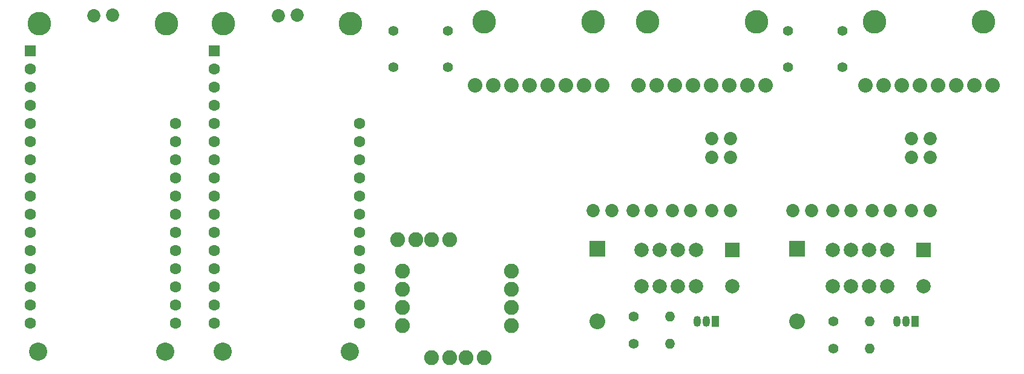
<source format=gts>
%TF.GenerationSoftware,KiCad,Pcbnew,(6.0.4)*%
%TF.CreationDate,2022-04-07T11:47:19-07:00*%
%TF.ProjectId,rfkvm,72666b76-6d2e-46b6-9963-61645f706362,rev?*%
%TF.SameCoordinates,Original*%
%TF.FileFunction,Soldermask,Top*%
%TF.FilePolarity,Negative*%
%FSLAX46Y46*%
G04 Gerber Fmt 4.6, Leading zero omitted, Abs format (unit mm)*
G04 Created by KiCad (PCBNEW (6.0.4)) date 2022-04-07 11:47:19*
%MOMM*%
%LPD*%
G01*
G04 APERTURE LIST*
%ADD10C,1.853030*%
%ADD11C,1.397000*%
%ADD12C,1.400000*%
%ADD13O,1.400000X1.400000*%
%ADD14C,2.032000*%
%ADD15C,3.301600*%
%ADD16R,2.000000X2.000000*%
%ADD17C,2.000000*%
%ADD18C,2.540000*%
%ADD19R,1.600000X1.600000*%
%ADD20C,1.600000*%
%ADD21R,1.050000X1.500000*%
%ADD22O,1.050000X1.500000*%
%ADD23R,2.200000X2.200000*%
%ADD24O,2.200000X2.200000*%
%ADD25C,2.082800*%
G04 APERTURE END LIST*
D10*
%TO.C,TUSB2*%
X214761300Y-70937340D03*
X214761300Y-73543170D03*
X217338100Y-70937340D03*
X217338100Y-73543170D03*
X217338100Y-81040000D03*
X214761300Y-81040000D03*
X211808000Y-81040000D03*
X209231100Y-81040000D03*
X206277840Y-81040000D03*
X203700970Y-81040000D03*
X200747700Y-81040000D03*
X198170820Y-81040000D03*
%TD*%
D11*
%TO.C,SW2*%
X149860000Y-55880000D03*
X142240000Y-55880000D03*
X149860000Y-60960000D03*
X142240000Y-60960000D03*
%TD*%
D12*
%TO.C,R3*%
X175895000Y-99695000D03*
D13*
X180975000Y-99695000D03*
%TD*%
D14*
%TO.C,U2*%
X194310000Y-63500000D03*
X191770000Y-63500000D03*
X189230000Y-63500000D03*
X186690000Y-63500000D03*
X184150000Y-63500000D03*
X181610000Y-63500000D03*
X179070000Y-63500000D03*
X176530000Y-63500000D03*
D15*
X193040000Y-54610000D03*
X177800000Y-54610000D03*
%TD*%
D14*
%TO.C,U3*%
X226060000Y-63500000D03*
X223520000Y-63500000D03*
X220980000Y-63500000D03*
X218440000Y-63500000D03*
X215900000Y-63500000D03*
X213360000Y-63500000D03*
X210820000Y-63500000D03*
X208280000Y-63500000D03*
D15*
X224790000Y-54610000D03*
X209550000Y-54610000D03*
%TD*%
D16*
%TO.C,K1*%
X189679500Y-86492500D03*
D17*
X184599500Y-86492500D03*
X182059500Y-86492500D03*
X179519500Y-86492500D03*
X176979500Y-86492500D03*
X176979500Y-91572500D03*
X179519500Y-91572500D03*
X182059500Y-91572500D03*
X184599500Y-91572500D03*
X189679500Y-91572500D03*
%TD*%
D11*
%TO.C,SW3*%
X197485000Y-55880000D03*
X205105000Y-55880000D03*
X205105000Y-60960000D03*
X197485000Y-60960000D03*
%TD*%
D12*
%TO.C,R2*%
X203835000Y-96520000D03*
D13*
X208915000Y-96520000D03*
%TD*%
D10*
%TO.C,TUSB1*%
X186821300Y-70937340D03*
X186821300Y-73543170D03*
X189398100Y-70937340D03*
X189398100Y-73543170D03*
X189398100Y-81040000D03*
X186821300Y-81040000D03*
X183868000Y-81040000D03*
X181291100Y-81040000D03*
X178337840Y-81040000D03*
X175760970Y-81040000D03*
X172807700Y-81040000D03*
X170230820Y-81040000D03*
%TD*%
D14*
%TO.C,U1*%
X171450000Y-63500000D03*
X168910000Y-63500000D03*
X166370000Y-63500000D03*
X163830000Y-63500000D03*
X161290000Y-63500000D03*
X158750000Y-63500000D03*
X156210000Y-63500000D03*
X153670000Y-63500000D03*
D15*
X154940000Y-54610000D03*
X170180000Y-54610000D03*
%TD*%
D18*
%TO.C,A1*%
X110363000Y-100749100D03*
X92583000Y-100749100D03*
D19*
X91440000Y-58670000D03*
D20*
X91440000Y-61210000D03*
X91440000Y-63750000D03*
X91440000Y-66290000D03*
X91440000Y-68830000D03*
X91440000Y-71370000D03*
X91440000Y-73910000D03*
X91440000Y-76450000D03*
X91440000Y-78990000D03*
X91440000Y-81530000D03*
X91440000Y-84070000D03*
X91440000Y-86610000D03*
X91440000Y-89150000D03*
X91440000Y-91690000D03*
X91440000Y-94230000D03*
X91440000Y-96770000D03*
X111760000Y-96770000D03*
X111760000Y-94230000D03*
X111760000Y-91690000D03*
X111760000Y-89150000D03*
X111760000Y-86610000D03*
X111760000Y-84070000D03*
X111760000Y-81530000D03*
X111760000Y-78990000D03*
X111760000Y-76450000D03*
X111760000Y-73910000D03*
X111760000Y-71370000D03*
X111760000Y-68830000D03*
D10*
X100393501Y-53780501D03*
X102997001Y-53717001D03*
D15*
X92710001Y-54860001D03*
X110490001Y-54860001D03*
%TD*%
D18*
%TO.C,A2*%
X136124500Y-100753100D03*
X118344500Y-100753100D03*
D19*
X117201500Y-58674000D03*
D20*
X117201500Y-61214000D03*
X117201500Y-63754000D03*
X117201500Y-66294000D03*
X117201500Y-68834000D03*
X117201500Y-71374000D03*
X117201500Y-73914000D03*
X117201500Y-76454000D03*
X117201500Y-78994000D03*
X117201500Y-81534000D03*
X117201500Y-84074000D03*
X117201500Y-86614000D03*
X117201500Y-89154000D03*
X117201500Y-91694000D03*
X117201500Y-94234000D03*
X117201500Y-96774000D03*
X137521500Y-96774000D03*
X137521500Y-94234000D03*
X137521500Y-91694000D03*
X137521500Y-89154000D03*
X137521500Y-86614000D03*
X137521500Y-84074000D03*
X137521500Y-81534000D03*
X137521500Y-78994000D03*
X137521500Y-76454000D03*
X137521500Y-73914000D03*
X137521500Y-71374000D03*
X137521500Y-68834000D03*
D10*
X126155001Y-53784501D03*
X128758501Y-53721001D03*
D15*
X118471501Y-54864001D03*
X136251501Y-54864001D03*
%TD*%
D21*
%TO.C,Q2*%
X215265000Y-96520000D03*
D22*
X213995000Y-96520000D03*
X212725000Y-96520000D03*
%TD*%
D12*
%TO.C,R4*%
X203835000Y-100330000D03*
D13*
X208915000Y-100330000D03*
%TD*%
D16*
%TO.C,K2*%
X216392500Y-86492500D03*
D17*
X211312500Y-86492500D03*
X208772500Y-86492500D03*
X206232500Y-86492500D03*
X203692500Y-86492500D03*
X203692500Y-91572500D03*
X206232500Y-91572500D03*
X208772500Y-91572500D03*
X211312500Y-91572500D03*
X216392500Y-91572500D03*
%TD*%
D12*
%TO.C,R1*%
X175895000Y-95885000D03*
D13*
X180975000Y-95885000D03*
%TD*%
D21*
%TO.C,Q1*%
X187282000Y-96520000D03*
D22*
X186012000Y-96520000D03*
X184742000Y-96520000D03*
%TD*%
D23*
%TO.C,D2*%
X198755000Y-86360000D03*
D24*
X198755000Y-96520000D03*
%TD*%
D25*
%TO.C,SCB1*%
X143510000Y-97155000D03*
X158750000Y-97155000D03*
X150177500Y-85090000D03*
X154940000Y-101600000D03*
X150177500Y-101600000D03*
X145415000Y-85090000D03*
X158750000Y-94615000D03*
X143510000Y-94615000D03*
X142875000Y-85090000D03*
X152400000Y-101600000D03*
X147637500Y-85090000D03*
X158750000Y-92075000D03*
X147637500Y-101600000D03*
X143510000Y-92075000D03*
X158750000Y-89535000D03*
X143510000Y-89535000D03*
%TD*%
D23*
%TO.C,D1*%
X170772000Y-86360000D03*
D24*
X170772000Y-96520000D03*
%TD*%
M02*

</source>
